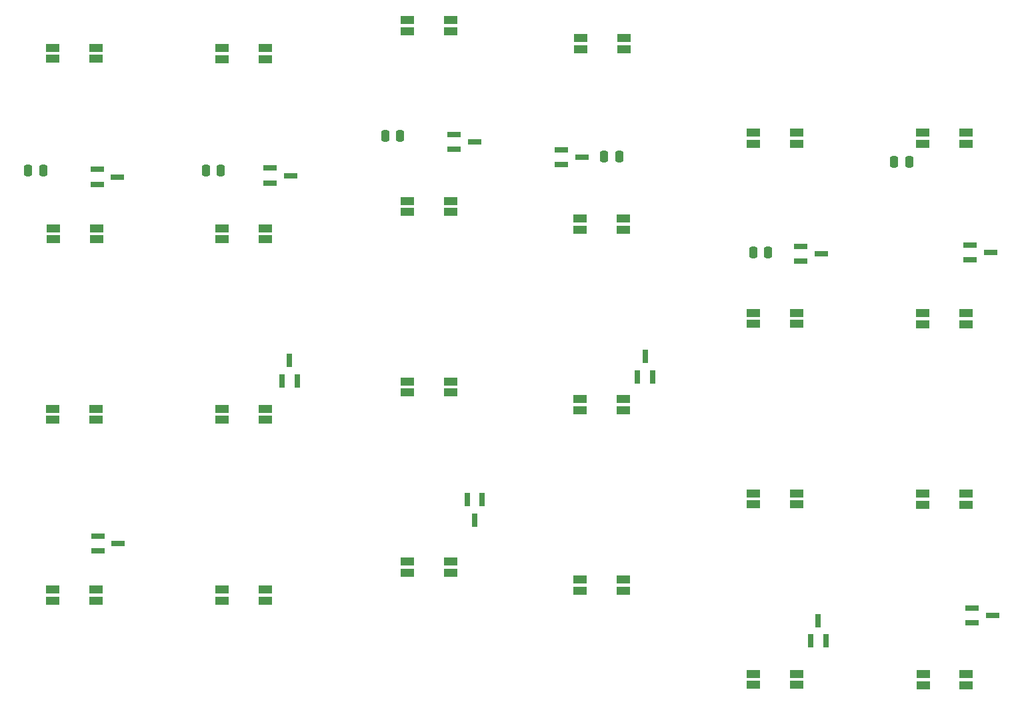
<source format=gbr>
%TF.GenerationSoftware,KiCad,Pcbnew,(6.99.0-4085-g6c752680d7)*%
%TF.CreationDate,2022-11-14T17:23:02+08:00*%
%TF.ProjectId,Left Flex PCB,4c656674-2046-46c6-9578-205043422e6b,rev?*%
%TF.SameCoordinates,Original*%
%TF.FileFunction,Paste,Top*%
%TF.FilePolarity,Positive*%
%FSLAX46Y46*%
G04 Gerber Fmt 4.6, Leading zero omitted, Abs format (unit mm)*
G04 Created by KiCad (PCBNEW (6.99.0-4085-g6c752680d7)) date 2022-11-14 17:23:02*
%MOMM*%
%LPD*%
G01*
G04 APERTURE LIST*
G04 Aperture macros list*
%AMRoundRect*
0 Rectangle with rounded corners*
0 $1 Rounding radius*
0 $2 $3 $4 $5 $6 $7 $8 $9 X,Y pos of 4 corners*
0 Add a 4 corners polygon primitive as box body*
4,1,4,$2,$3,$4,$5,$6,$7,$8,$9,$2,$3,0*
0 Add four circle primitives for the rounded corners*
1,1,$1+$1,$2,$3*
1,1,$1+$1,$4,$5*
1,1,$1+$1,$6,$7*
1,1,$1+$1,$8,$9*
0 Add four rect primitives between the rounded corners*
20,1,$1+$1,$2,$3,$4,$5,0*
20,1,$1+$1,$4,$5,$6,$7,0*
20,1,$1+$1,$6,$7,$8,$9,0*
20,1,$1+$1,$8,$9,$2,$3,0*%
G04 Aperture macros list end*
%ADD10R,1.700000X1.000000*%
%ADD11R,1.800000X0.800000*%
%ADD12RoundRect,0.250000X-0.250000X-0.475000X0.250000X-0.475000X0.250000X0.475000X-0.250000X0.475000X0*%
%ADD13R,0.800000X1.800000*%
G04 APERTURE END LIST*
D10*
%TO.C,D55*%
X56541194Y-63206597D03*
X51041194Y-63206597D03*
X51041194Y-61806597D03*
X56541194Y-61806597D03*
%TD*%
%TO.C,D43*%
X101526193Y-36758599D03*
X96026193Y-36758599D03*
X96026193Y-35358599D03*
X101526193Y-35358599D03*
%TD*%
D11*
%TO.C,D13*%
X167525393Y-65814399D03*
X167525393Y-63914399D03*
X170125393Y-64864399D03*
%TD*%
%TO.C,D17*%
X56725393Y-102814399D03*
X56725393Y-100914399D03*
X59325393Y-101864399D03*
%TD*%
D10*
%TO.C,D18*%
X167025392Y-119884397D03*
X161525392Y-119884397D03*
X161525392Y-118484397D03*
X167025392Y-118484397D03*
%TD*%
D12*
%TO.C,C3*%
X47900594Y-54450000D03*
X49800594Y-54450000D03*
%TD*%
D11*
%TO.C,D1*%
X167775393Y-111964399D03*
X167775393Y-110064399D03*
X170375393Y-111014399D03*
%TD*%
D10*
%TO.C,D23*%
X123497193Y-84891599D03*
X117997193Y-84891599D03*
X117997193Y-83491599D03*
X123497193Y-83491599D03*
%TD*%
D12*
%TO.C,C1*%
X157850000Y-53350000D03*
X159750000Y-53350000D03*
%TD*%
D10*
%TO.C,D49*%
X78004193Y-86142799D03*
X72504193Y-86142799D03*
X72504193Y-84742799D03*
X78004193Y-84742799D03*
%TD*%
%TO.C,D7*%
X145508994Y-96896399D03*
X140008994Y-96896399D03*
X140008994Y-95496399D03*
X145508994Y-95496399D03*
%TD*%
%TO.C,D37*%
X101526193Y-105592599D03*
X96026193Y-105592599D03*
X96026193Y-104192599D03*
X101526193Y-104192599D03*
%TD*%
%TO.C,D35*%
X145508994Y-51023999D03*
X140008994Y-51023999D03*
X140008994Y-49623999D03*
X145508994Y-49623999D03*
%TD*%
%TO.C,D41*%
X101526193Y-59720199D03*
X96026193Y-59720199D03*
X96026193Y-58320199D03*
X101526193Y-58320199D03*
%TD*%
D11*
%TO.C,D11*%
X101950593Y-51749999D03*
X101950593Y-49849999D03*
X104550593Y-50799999D03*
%TD*%
D10*
%TO.C,D2*%
X167013393Y-51030600D03*
X161513393Y-51030600D03*
X161513393Y-49630600D03*
X167013393Y-49630600D03*
%TD*%
D11*
%TO.C,D9*%
X115625393Y-53714399D03*
X115625393Y-51814399D03*
X118225393Y-52764399D03*
%TD*%
D10*
%TO.C,D4*%
X167013393Y-96928400D03*
X161513393Y-96928400D03*
X161513393Y-95528400D03*
X167013393Y-95528400D03*
%TD*%
%TO.C,D25*%
X123497193Y-107853199D03*
X117997193Y-107853199D03*
X117997193Y-106453199D03*
X123497193Y-106453199D03*
%TD*%
D11*
%TO.C,D14*%
X78600593Y-56049999D03*
X78600593Y-54149999D03*
X81200593Y-55099999D03*
%TD*%
D12*
%TO.C,C6*%
X139950594Y-64850000D03*
X141850594Y-64850000D03*
%TD*%
D10*
%TO.C,D59*%
X56515794Y-109104397D03*
X51015794Y-109104397D03*
X51015794Y-107704397D03*
X56515794Y-107704397D03*
%TD*%
D13*
%TO.C,D32*%
X149175393Y-114264399D03*
X147275393Y-114264399D03*
X148225393Y-111664399D03*
%TD*%
D10*
%TO.C,D57*%
X56515794Y-86142797D03*
X51015794Y-86142797D03*
X51015794Y-84742797D03*
X56515794Y-84742797D03*
%TD*%
%TO.C,D39*%
X101526193Y-82681799D03*
X96026193Y-82681799D03*
X96026193Y-81281799D03*
X101526193Y-81281799D03*
%TD*%
%TO.C,D33*%
X145508994Y-73934799D03*
X140008994Y-73934799D03*
X140008994Y-72534799D03*
X145508994Y-72534799D03*
%TD*%
D12*
%TO.C,C4*%
X70450594Y-54450000D03*
X72350594Y-54450000D03*
%TD*%
D13*
%TO.C,D12*%
X103650593Y-96299999D03*
X105550593Y-96299999D03*
X104600593Y-98899999D03*
%TD*%
D12*
%TO.C,C5*%
X93200594Y-50050000D03*
X95100594Y-50050000D03*
%TD*%
D11*
%TO.C,D31*%
X146025393Y-65964399D03*
X146025393Y-64064399D03*
X148625393Y-65014399D03*
%TD*%
D10*
%TO.C,D45*%
X78029593Y-40270399D03*
X72529593Y-40270399D03*
X72529593Y-38870399D03*
X78029593Y-38870399D03*
%TD*%
D13*
%TO.C,D15*%
X82025393Y-81214399D03*
X80125393Y-81214399D03*
X81075393Y-78614399D03*
%TD*%
D12*
%TO.C,C2*%
X121050594Y-52700000D03*
X122950594Y-52700000D03*
%TD*%
D10*
%TO.C,D3*%
X167013393Y-73992200D03*
X161513393Y-73992200D03*
X161513393Y-72592200D03*
X167013393Y-72592200D03*
%TD*%
%TO.C,D51*%
X78025393Y-109134397D03*
X72525393Y-109134397D03*
X72525393Y-107734397D03*
X78025393Y-107734397D03*
%TD*%
D11*
%TO.C,D16*%
X56625393Y-56214399D03*
X56625393Y-54314399D03*
X59225393Y-55264399D03*
%TD*%
D10*
%TO.C,D19*%
X123525393Y-39034398D03*
X118025393Y-39034398D03*
X118025393Y-37634398D03*
X123525393Y-37634398D03*
%TD*%
%TO.C,D5*%
X145508994Y-119832599D03*
X140008994Y-119832599D03*
X140008994Y-118432599D03*
X145508994Y-118432599D03*
%TD*%
D13*
%TO.C,D10*%
X127175393Y-80664399D03*
X125275393Y-80664399D03*
X126225393Y-78064399D03*
%TD*%
D10*
%TO.C,D21*%
X123497193Y-61955399D03*
X117997193Y-61955399D03*
X117997193Y-60555399D03*
X123497193Y-60555399D03*
%TD*%
%TO.C,D47*%
X78029593Y-63206599D03*
X72529593Y-63206599D03*
X72529593Y-61806599D03*
X78029593Y-61806599D03*
%TD*%
%TO.C,D53*%
X56515794Y-40244997D03*
X51015794Y-40244997D03*
X51015794Y-38844997D03*
X56515794Y-38844997D03*
%TD*%
M02*

</source>
